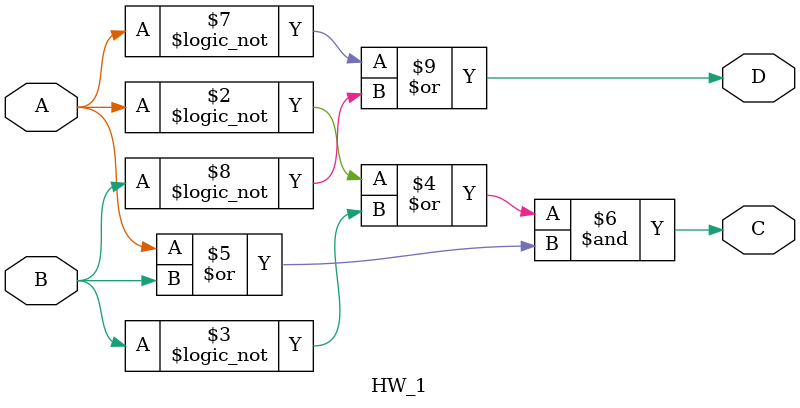
<source format=v>
module HW_1(A, B, C, D);
input A, B;
output C, D;
reg C, D;

always @ (A or B) begin
	C = ((!A | !B) & (A | B));
	D = (!A | !B);
end

endmodule

</source>
